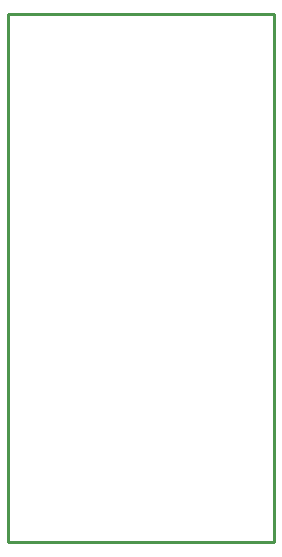
<source format=gm1>
G04*
G04 #@! TF.GenerationSoftware,Altium Limited,Altium Designer,24.4.1 (13)*
G04*
G04 Layer_Color=16711935*
%FSLAX25Y25*%
%MOIN*%
G70*
G04*
G04 #@! TF.SameCoordinates,E101684F-62CE-472E-B8B6-B79B7EA84F3C*
G04*
G04*
G04 #@! TF.FilePolarity,Positive*
G04*
G01*
G75*
%ADD32C,0.01000*%
D32*
X0Y0D02*
X88583D01*
X0Y176000D02*
X88583D01*
Y0D02*
Y176000D01*
X0Y0D02*
Y176000D01*
M02*

</source>
